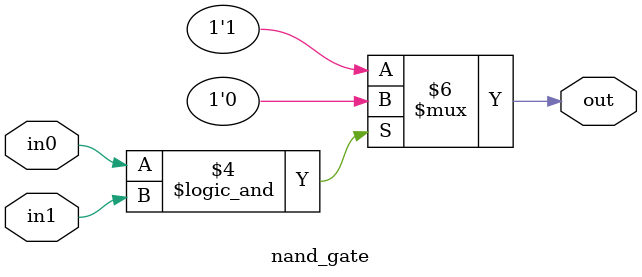
<source format=v>
module nand_gate(
    input in0, in1,
    output reg out
);

always @(*) begin
    if(in0==1 && in1==1)
        out=0;
    else    
        out=1;
end


endmodule
</source>
